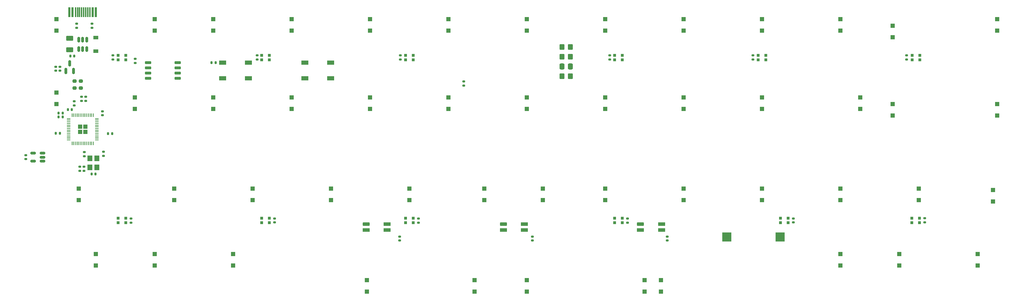
<source format=gbr>
%TF.GenerationSoftware,KiCad,Pcbnew,(7.0.0)*%
%TF.CreationDate,2023-11-20T17:20:02+01:00*%
%TF.ProjectId,alpha-curISO,616c7068-612d-4637-9572-49534f2e6b69,rev?*%
%TF.SameCoordinates,Original*%
%TF.FileFunction,Paste,Bot*%
%TF.FilePolarity,Positive*%
%FSLAX46Y46*%
G04 Gerber Fmt 4.6, Leading zero omitted, Abs format (unit mm)*
G04 Created by KiCad (PCBNEW (7.0.0)) date 2023-11-20 17:20:02*
%MOMM*%
%LPD*%
G01*
G04 APERTURE LIST*
G04 Aperture macros list*
%AMRoundRect*
0 Rectangle with rounded corners*
0 $1 Rounding radius*
0 $2 $3 $4 $5 $6 $7 $8 $9 X,Y pos of 4 corners*
0 Add a 4 corners polygon primitive as box body*
4,1,4,$2,$3,$4,$5,$6,$7,$8,$9,$2,$3,0*
0 Add four circle primitives for the rounded corners*
1,1,$1+$1,$2,$3*
1,1,$1+$1,$4,$5*
1,1,$1+$1,$6,$7*
1,1,$1+$1,$8,$9*
0 Add four rect primitives between the rounded corners*
20,1,$1+$1,$2,$3,$4,$5,0*
20,1,$1+$1,$4,$5,$6,$7,0*
20,1,$1+$1,$6,$7,$8,$9,0*
20,1,$1+$1,$8,$9,$2,$3,0*%
G04 Aperture macros list end*
%ADD10R,1.100000X1.100000*%
%ADD11R,1.700000X1.000000*%
%ADD12R,1.700000X0.820000*%
%ADD13RoundRect,0.205000X0.645000X0.205000X-0.645000X0.205000X-0.645000X-0.205000X0.645000X-0.205000X0*%
%ADD14RoundRect,0.135000X0.185000X-0.135000X0.185000X0.135000X-0.185000X0.135000X-0.185000X-0.135000X0*%
%ADD15RoundRect,0.105000X0.245000X0.245000X-0.245000X0.245000X-0.245000X-0.245000X0.245000X-0.245000X0*%
%ADD16RoundRect,0.140000X-0.170000X0.140000X-0.170000X-0.140000X0.170000X-0.140000X0.170000X0.140000X0*%
%ADD17RoundRect,0.105000X-0.245000X-0.245000X0.245000X-0.245000X0.245000X0.245000X-0.245000X0.245000X0*%
%ADD18RoundRect,0.140000X0.170000X-0.140000X0.170000X0.140000X-0.170000X0.140000X-0.170000X-0.140000X0*%
%ADD19RoundRect,0.250000X-0.350000X-0.450000X0.350000X-0.450000X0.350000X0.450000X-0.350000X0.450000X0*%
%ADD20RoundRect,0.140000X0.140000X0.170000X-0.140000X0.170000X-0.140000X-0.170000X0.140000X-0.170000X0*%
%ADD21RoundRect,0.250000X0.337500X0.475000X-0.337500X0.475000X-0.337500X-0.475000X0.337500X-0.475000X0*%
%ADD22RoundRect,0.150000X0.512500X0.150000X-0.512500X0.150000X-0.512500X-0.150000X0.512500X-0.150000X0*%
%ADD23R,1.200000X1.400000*%
%ADD24RoundRect,0.150000X0.150000X-0.587500X0.150000X0.587500X-0.150000X0.587500X-0.150000X-0.587500X0*%
%ADD25RoundRect,0.140000X-0.140000X-0.170000X0.140000X-0.170000X0.140000X0.170000X-0.140000X0.170000X0*%
%ADD26RoundRect,0.135000X-0.185000X0.135000X-0.185000X-0.135000X0.185000X-0.135000X0.185000X0.135000X0*%
%ADD27R,1.200000X0.900000*%
%ADD28RoundRect,0.200000X-0.275000X0.200000X-0.275000X-0.200000X0.275000X-0.200000X0.275000X0.200000X0*%
%ADD29RoundRect,0.135000X0.135000X0.185000X-0.135000X0.185000X-0.135000X-0.185000X0.135000X-0.185000X0*%
%ADD30RoundRect,0.150000X0.650000X0.150000X-0.650000X0.150000X-0.650000X-0.150000X0.650000X-0.150000X0*%
%ADD31RoundRect,0.150000X0.150000X-0.512500X0.150000X0.512500X-0.150000X0.512500X-0.150000X-0.512500X0*%
%ADD32RoundRect,0.250000X-0.625000X0.375000X-0.625000X-0.375000X0.625000X-0.375000X0.625000X0.375000X0*%
%ADD33R,0.600000X2.450000*%
%ADD34R,0.300000X2.450000*%
%ADD35R,2.300000X2.300000*%
%ADD36RoundRect,0.250000X0.292217X0.292217X-0.292217X0.292217X-0.292217X-0.292217X0.292217X-0.292217X0*%
%ADD37RoundRect,0.050000X0.387500X0.050000X-0.387500X0.050000X-0.387500X-0.050000X0.387500X-0.050000X0*%
%ADD38RoundRect,0.050000X0.050000X0.387500X-0.050000X0.387500X-0.050000X-0.387500X0.050000X-0.387500X0*%
%ADD39RoundRect,0.250000X0.350000X0.450000X-0.350000X0.450000X-0.350000X-0.450000X0.350000X-0.450000X0*%
G04 APERTURE END LIST*
D10*
%TO.C,D32*%
X188912499Y-79187499D03*
X188912499Y-76387499D03*
%TD*%
D11*
%TO.C,SW27*%
X76859999Y-71749999D03*
X83159999Y-71749999D03*
X76859999Y-67949999D03*
X83159999Y-67949999D03*
%TD*%
D12*
%TO.C,LED2*%
X150187499Y-108699999D03*
X150187499Y-107199999D03*
D13*
X145087500Y-107200000D03*
D12*
X145087499Y-108699999D03*
%TD*%
D10*
%TO.C,D2*%
X36512499Y-77980999D03*
X36512499Y-75180999D03*
%TD*%
D14*
%TO.C,R7*%
X43230800Y-90680000D03*
X43230800Y-89660000D03*
%TD*%
D15*
%TO.C,LED8*%
X246279000Y-66125000D03*
X246279000Y-67225000D03*
X244449000Y-67225000D03*
X244449000Y-66125000D03*
%TD*%
D16*
%TO.C,C22*%
X85217000Y-66195000D03*
X85217000Y-67155000D03*
%TD*%
D10*
%TO.C,D11*%
X84137499Y-101412499D03*
X84137499Y-98612499D03*
%TD*%
D16*
%TO.C,C2*%
X47904400Y-89639200D03*
X47904400Y-90599200D03*
%TD*%
D10*
%TO.C,D9*%
X74612499Y-60137499D03*
X74612499Y-57337499D03*
%TD*%
%TO.C,D50*%
X154685999Y-101348999D03*
X154685999Y-98548999D03*
%TD*%
%TO.C,D7*%
X65087499Y-101412499D03*
X65087499Y-98612499D03*
%TD*%
D17*
%TO.C,LED15*%
X86391288Y-106912500D03*
X86391288Y-105812500D03*
X88221288Y-105812500D03*
X88221288Y-106912500D03*
%TD*%
D11*
%TO.C,SW38*%
X103162499Y-67949999D03*
X96862499Y-67949999D03*
X103162499Y-71749999D03*
X96862499Y-71749999D03*
%TD*%
D18*
%TO.C,C10*%
X40792400Y-78331000D03*
X40792400Y-77371000D03*
%TD*%
D16*
%TO.C,C14*%
X42164000Y-93274000D03*
X42164000Y-94234000D03*
%TD*%
D10*
%TO.C,D24*%
X150812499Y-123637499D03*
X150812499Y-120837499D03*
%TD*%
D19*
%TO.C,UR1*%
X159337500Y-66516250D03*
X161337500Y-66516250D03*
%TD*%
D10*
%TO.C,D42*%
X239712499Y-61724999D03*
X239712499Y-58924999D03*
%TD*%
%TO.C,D44*%
X246062499Y-101412499D03*
X246062499Y-98612499D03*
%TD*%
D16*
%TO.C,C20*%
X54567636Y-105890928D03*
X54567636Y-106850928D03*
%TD*%
%TO.C,C21*%
X50165000Y-66195000D03*
X50165000Y-67155000D03*
%TD*%
D10*
%TO.C,D5*%
X60324999Y-60137499D03*
X60324999Y-57337499D03*
%TD*%
%TO.C,D23*%
X138112499Y-123637499D03*
X138112499Y-120837499D03*
%TD*%
%TO.C,D49*%
X260349999Y-117287499D03*
X260349999Y-114487499D03*
%TD*%
D20*
%TO.C,C1*%
X46003085Y-94996000D03*
X45043085Y-94996000D03*
%TD*%
D10*
%TO.C,D25*%
X150812499Y-60137499D03*
X150812499Y-57337499D03*
%TD*%
D18*
%TO.C,C5*%
X36290251Y-69918861D03*
X36290251Y-68958861D03*
%TD*%
D10*
%TO.C,D13*%
X93662499Y-60137499D03*
X93662499Y-57337499D03*
%TD*%
%TO.C,D39*%
X231774999Y-79187499D03*
X231774999Y-76387499D03*
%TD*%
D21*
%TO.C,C18*%
X161375000Y-68897500D03*
X159300000Y-68897500D03*
%TD*%
D18*
%TO.C,C19*%
X29006800Y-91412000D03*
X29006800Y-90452000D03*
%TD*%
D10*
%TO.C,D19*%
X111918749Y-123637499D03*
X111918749Y-120837499D03*
%TD*%
D15*
%TO.C,LED4*%
X88221288Y-66125000D03*
X88221288Y-67225000D03*
X86391288Y-67225000D03*
X86391288Y-66125000D03*
%TD*%
D22*
%TO.C,U5*%
X33090700Y-89982000D03*
X33090700Y-90932000D03*
X33090700Y-91882000D03*
X30815700Y-91882000D03*
X30815700Y-89982000D03*
%TD*%
D23*
%TO.C,Y1*%
X44629599Y-93439735D03*
X44629599Y-91239735D03*
X46329599Y-91239735D03*
X46329599Y-93439735D03*
%TD*%
D24*
%TO.C,U3*%
X40637500Y-69993750D03*
X38737500Y-69993750D03*
X39687500Y-68118750D03*
%TD*%
D20*
%TO.C,C16*%
X37973000Y-80175193D03*
X37013000Y-80175193D03*
%TD*%
D10*
%TO.C,D46*%
X265112499Y-60137499D03*
X265112499Y-57337499D03*
%TD*%
%TO.C,D21*%
X131762499Y-79187499D03*
X131762499Y-76387499D03*
%TD*%
D25*
%TO.C,C13*%
X49050000Y-85217000D03*
X50010000Y-85217000D03*
%TD*%
D18*
%TO.C,C29*%
X175260000Y-106842500D03*
X175260000Y-105882500D03*
%TD*%
D10*
%TO.C,D48*%
X264032999Y-101729999D03*
X264032999Y-98929999D03*
%TD*%
%TO.C,D40*%
X227012499Y-101412499D03*
X227012499Y-98612499D03*
%TD*%
%TO.C,D35*%
X207962499Y-60137499D03*
X207962499Y-57337499D03*
%TD*%
D17*
%TO.C,LED13*%
X172122500Y-106912500D03*
X172122500Y-105812500D03*
X173952500Y-105812500D03*
X173952500Y-106912500D03*
%TD*%
D15*
%TO.C,LED6*%
X173952500Y-66125000D03*
X173952500Y-67225000D03*
X172122500Y-67225000D03*
X172122500Y-66125000D03*
%TD*%
D10*
%TO.C,D26*%
X150812499Y-79187499D03*
X150812499Y-76387499D03*
%TD*%
D26*
%TO.C,R3*%
X135450520Y-72515000D03*
X135450520Y-73535000D03*
%TD*%
D10*
%TO.C,D22*%
X140461999Y-101412499D03*
X140461999Y-98612499D03*
%TD*%
%TO.C,D14*%
X93662499Y-79187499D03*
X93662499Y-76387499D03*
%TD*%
D12*
%TO.C,LED3*%
X183524999Y-108699999D03*
X183524999Y-107199999D03*
D13*
X178425000Y-107200000D03*
D12*
X178424999Y-108699999D03*
%TD*%
D19*
%TO.C,UR2*%
X159337500Y-64135000D03*
X161337500Y-64135000D03*
%TD*%
D20*
%TO.C,C7*%
X40231000Y-79375000D03*
X39271000Y-79375000D03*
%TD*%
D18*
%TO.C,C15*%
X42617467Y-77216643D03*
X42617467Y-76256643D03*
%TD*%
D27*
%TO.C,D_PWR1*%
X46037499Y-61849999D03*
X46037499Y-65149999D03*
%TD*%
D28*
%TO.C,R2*%
X40859663Y-72463838D03*
X40859663Y-74113838D03*
%TD*%
D29*
%TO.C,R6*%
X75155499Y-67952227D03*
X74135499Y-67952227D03*
%TD*%
D10*
%TO.C,D36*%
X207962499Y-79187499D03*
X207962499Y-76387499D03*
%TD*%
%TO.C,D6*%
X55562499Y-79187499D03*
X55562499Y-76387499D03*
%TD*%
D30*
%TO.C,U2*%
X65957000Y-67945000D03*
X65957000Y-69215000D03*
X65957000Y-70485000D03*
X65957000Y-71755000D03*
X58757000Y-71755000D03*
X58757000Y-70485000D03*
X58757000Y-69215000D03*
X58757000Y-67945000D03*
%TD*%
D18*
%TO.C,C3*%
X55626000Y-67980500D03*
X55626000Y-67020500D03*
%TD*%
D20*
%TO.C,C8*%
X37973000Y-81114807D03*
X37013000Y-81114807D03*
%TD*%
D10*
%TO.C,D37*%
X207962499Y-101412499D03*
X207962499Y-98612499D03*
%TD*%
%TO.C,D38*%
X227012499Y-60137499D03*
X227012499Y-57337499D03*
%TD*%
D28*
%TO.C,R1*%
X42447163Y-72463838D03*
X42447163Y-74113838D03*
%TD*%
D10*
%TO.C,D31*%
X188912499Y-60137499D03*
X188912499Y-57337499D03*
%TD*%
D18*
%TO.C,C27*%
X247485799Y-106779000D03*
X247485799Y-105819000D03*
%TD*%
D10*
%TO.C,D47*%
X265112499Y-80774999D03*
X265112499Y-77974999D03*
%TD*%
D16*
%TO.C,C9*%
X43180000Y-93274000D03*
X43180000Y-94234000D03*
%TD*%
D10*
%TO.C,D20*%
X131762499Y-60137499D03*
X131762499Y-57337499D03*
%TD*%
D31*
%TO.C,U4*%
X43812500Y-64637500D03*
X42862500Y-64637500D03*
X41912500Y-64637500D03*
X41912500Y-62362500D03*
X42862500Y-62362500D03*
X43812500Y-62362500D03*
%TD*%
D32*
%TO.C,F1*%
X39687500Y-61973000D03*
X39687500Y-64773000D03*
%TD*%
D18*
%TO.C,C6*%
X37306250Y-69918861D03*
X37306250Y-68958861D03*
%TD*%
D10*
%TO.C,D17*%
X112712499Y-79187499D03*
X112712499Y-76387499D03*
%TD*%
D25*
%TO.C,C4*%
X39842500Y-66287306D03*
X40802500Y-66287306D03*
%TD*%
D15*
%TO.C,LED5*%
X123150676Y-66125000D03*
X123150676Y-67225000D03*
X121320676Y-67225000D03*
X121320676Y-66125000D03*
%TD*%
D16*
%TO.C,C24*%
X170942000Y-66195000D03*
X170942000Y-67155000D03*
%TD*%
D10*
%TO.C,D29*%
X169862499Y-101412499D03*
X169862499Y-98612499D03*
%TD*%
D17*
%TO.C,LED14*%
X121329832Y-106912500D03*
X121329832Y-105812500D03*
X123159832Y-105812500D03*
X123159832Y-106912500D03*
%TD*%
D10*
%TO.C,D8*%
X60324999Y-117287499D03*
X60324999Y-114487499D03*
%TD*%
D16*
%TO.C,C23*%
X120015000Y-66195000D03*
X120015000Y-67155000D03*
%TD*%
D17*
%TO.C,LED9*%
X244353750Y-106912500D03*
X244353750Y-105812500D03*
X246183750Y-105812500D03*
X246183750Y-106912500D03*
%TD*%
D16*
%TO.C,C26*%
X243078000Y-66195000D03*
X243078000Y-67155000D03*
%TD*%
D26*
%TO.C,R4*%
X41402000Y-58418000D03*
X41402000Y-59438000D03*
%TD*%
D33*
%TO.C,USB1*%
X39637499Y-55631837D03*
X40412499Y-55631837D03*
D34*
X41112499Y-55631837D03*
X41612499Y-55631837D03*
X42112499Y-55631837D03*
X42612499Y-55631837D03*
X43112499Y-55631837D03*
X43612499Y-55631837D03*
X44112499Y-55631837D03*
X44612499Y-55631837D03*
D33*
X45312499Y-55631837D03*
X46087499Y-55631837D03*
%TD*%
D10*
%TO.C,D41*%
X227012499Y-117287499D03*
X227012499Y-114487499D03*
%TD*%
%TO.C,D3*%
X41909999Y-101348999D03*
X41909999Y-98548999D03*
%TD*%
D26*
%TO.C,R5*%
X45085000Y-58418000D03*
X45085000Y-59438000D03*
%TD*%
D16*
%TO.C,C30*%
X124467332Y-105891933D03*
X124467332Y-106851933D03*
%TD*%
D17*
%TO.C,LED10*%
X51472500Y-106912500D03*
X51472500Y-105812500D03*
X53302500Y-105812500D03*
X53302500Y-106912500D03*
%TD*%
D12*
%TO.C,LED1*%
X116849999Y-108699999D03*
X116849999Y-107199999D03*
D13*
X111750000Y-107200000D03*
D12*
X111749999Y-108699999D03*
%TD*%
D18*
%TO.C,C28*%
X215582500Y-106820500D03*
X215582500Y-105860500D03*
%TD*%
D35*
%TO.C,LS1*%
X212366999Y-110362999D03*
X199366999Y-110362999D03*
%TD*%
D10*
%TO.C,D4*%
X46037499Y-117287499D03*
X46037499Y-114487499D03*
%TD*%
D17*
%TO.C,LED12*%
X212445000Y-106912500D03*
X212445000Y-105812500D03*
X214275000Y-105812500D03*
X214275000Y-106912500D03*
%TD*%
D18*
%TO.C,C31*%
X89528788Y-106820500D03*
X89528788Y-105860500D03*
%TD*%
D16*
%TO.C,C32*%
X119888000Y-110264000D03*
X119888000Y-111224000D03*
%TD*%
D10*
%TO.C,D1*%
X36512499Y-60137499D03*
X36512499Y-57337499D03*
%TD*%
D15*
%TO.C,LED7*%
X208871288Y-66125000D03*
X208871288Y-67225000D03*
X207041288Y-67225000D03*
X207041288Y-66125000D03*
%TD*%
D10*
%TO.C,D34*%
X183387999Y-123637499D03*
X183387999Y-120837499D03*
%TD*%
D20*
%TO.C,C11*%
X37310000Y-85150164D03*
X36350000Y-85150164D03*
%TD*%
D10*
%TO.C,D30*%
X179387499Y-123637499D03*
X179387499Y-120837499D03*
%TD*%
D18*
%TO.C,C12*%
X43633467Y-77216643D03*
X43633467Y-76256643D03*
%TD*%
D10*
%TO.C,D18*%
X122237499Y-101412499D03*
X122237499Y-98612499D03*
%TD*%
D16*
%TO.C,C34*%
X184912000Y-110264000D03*
X184912000Y-111224000D03*
%TD*%
D10*
%TO.C,D45*%
X241299999Y-117287499D03*
X241299999Y-114487499D03*
%TD*%
%TO.C,D33*%
X188912499Y-101412499D03*
X188912499Y-98612499D03*
%TD*%
%TO.C,D10*%
X74612499Y-79187499D03*
X74612499Y-76387499D03*
%TD*%
%TO.C,D27*%
X169862499Y-60137499D03*
X169862499Y-57337499D03*
%TD*%
D16*
%TO.C,C33*%
X152146000Y-110264000D03*
X152146000Y-111224000D03*
%TD*%
D10*
%TO.C,D12*%
X79374999Y-117287499D03*
X79374999Y-114487499D03*
%TD*%
%TO.C,D15*%
X103187499Y-101412499D03*
X103187499Y-98612499D03*
%TD*%
D36*
%TO.C,U1*%
X43500000Y-84776414D03*
X43500000Y-83501414D03*
X42225000Y-84776414D03*
X42225000Y-83501414D03*
D37*
X46300000Y-81538914D03*
X46300000Y-81938914D03*
X46300000Y-82338914D03*
X46300000Y-82738914D03*
X46300000Y-83138914D03*
X46300000Y-83538914D03*
X46300000Y-83938914D03*
X46300000Y-84338914D03*
X46300000Y-84738914D03*
X46300000Y-85138914D03*
X46300000Y-85538914D03*
X46300000Y-85938914D03*
X46300000Y-86338914D03*
X46300000Y-86738914D03*
D38*
X45462500Y-87576414D03*
X45062500Y-87576414D03*
X44662500Y-87576414D03*
X44262500Y-87576414D03*
X43862500Y-87576414D03*
X43462500Y-87576414D03*
X43062500Y-87576414D03*
X42662500Y-87576414D03*
X42262500Y-87576414D03*
X41862500Y-87576414D03*
X41462500Y-87576414D03*
X41062500Y-87576414D03*
X40662500Y-87576414D03*
X40262500Y-87576414D03*
D37*
X39425000Y-86738914D03*
X39425000Y-86338914D03*
X39425000Y-85938914D03*
X39425000Y-85538914D03*
X39425000Y-85138914D03*
X39425000Y-84738914D03*
X39425000Y-84338914D03*
X39425000Y-83938914D03*
X39425000Y-83538914D03*
X39425000Y-83138914D03*
X39425000Y-82738914D03*
X39425000Y-82338914D03*
X39425000Y-81938914D03*
X39425000Y-81538914D03*
D38*
X40262500Y-80701414D03*
X40662500Y-80701414D03*
X41062500Y-80701414D03*
X41462500Y-80701414D03*
X41862500Y-80701414D03*
X42262500Y-80701414D03*
X42662500Y-80701414D03*
X43062500Y-80701414D03*
X43462500Y-80701414D03*
X43862500Y-80701414D03*
X44262500Y-80701414D03*
X44662500Y-80701414D03*
X45062500Y-80701414D03*
X45462500Y-80701414D03*
%TD*%
D10*
%TO.C,D16*%
X112712499Y-60137499D03*
X112712499Y-57337499D03*
%TD*%
%TO.C,D28*%
X169862499Y-79187499D03*
X169862499Y-76387499D03*
%TD*%
%TO.C,D43*%
X239712499Y-80774999D03*
X239712499Y-77974999D03*
%TD*%
D39*
%TO.C,UR3*%
X161337500Y-71278750D03*
X159337500Y-71278750D03*
%TD*%
D15*
%TO.C,LED11*%
X53302500Y-66125000D03*
X53302500Y-67225000D03*
X51472500Y-67225000D03*
X51472500Y-66125000D03*
%TD*%
D18*
%TO.C,C17*%
X47625000Y-80716000D03*
X47625000Y-79756000D03*
%TD*%
%TO.C,C25*%
X205740000Y-67155000D03*
X205740000Y-66195000D03*
%TD*%
M02*

</source>
